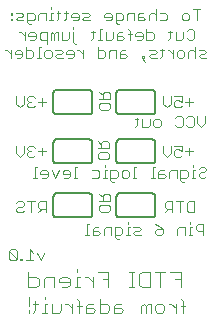
<source format=gbr>
G04 EAGLE Gerber RS-274X export*
G75*
%MOMM*%
%FSLAX34Y34*%
%LPD*%
%INSilkscreen Bottom*%
%IPPOS*%
%AMOC8*
5,1,8,0,0,1.08239X$1,22.5*%
G01*
%ADD10C,0.076200*%
%ADD11C,0.101600*%
%ADD12C,0.152400*%


D10*
X172339Y209177D02*
X172339Y202906D01*
X169204Y199771D01*
X166068Y202906D01*
X166068Y209177D01*
X158281Y209177D02*
X156713Y207609D01*
X158281Y209177D02*
X161416Y209177D01*
X162984Y207609D01*
X162984Y201339D01*
X161416Y199771D01*
X158281Y199771D01*
X156713Y201339D01*
X148926Y209177D02*
X147358Y207609D01*
X148926Y209177D02*
X152061Y209177D01*
X153629Y207609D01*
X153629Y201339D01*
X152061Y199771D01*
X148926Y199771D01*
X147358Y201339D01*
X133351Y199771D02*
X130215Y199771D01*
X128648Y201339D01*
X128648Y204474D01*
X130215Y206042D01*
X133351Y206042D01*
X134918Y204474D01*
X134918Y201339D01*
X133351Y199771D01*
X125563Y201339D02*
X125563Y206042D01*
X125563Y201339D02*
X123995Y199771D01*
X119292Y199771D01*
X119292Y206042D01*
X114640Y207609D02*
X114640Y201339D01*
X113073Y199771D01*
X113073Y206042D02*
X116208Y206042D01*
X167338Y164429D02*
X168906Y165997D01*
X172041Y165997D01*
X173609Y164429D01*
X173609Y162862D01*
X172041Y161294D01*
X168906Y161294D01*
X167338Y159726D01*
X167338Y158159D01*
X168906Y156591D01*
X172041Y156591D01*
X173609Y158159D01*
X164254Y162862D02*
X162686Y162862D01*
X162686Y156591D01*
X164254Y156591D02*
X161118Y156591D01*
X162686Y165997D02*
X162686Y167565D01*
X154882Y153456D02*
X153314Y153456D01*
X151746Y155023D01*
X151746Y162862D01*
X156449Y162862D01*
X158017Y161294D01*
X158017Y158159D01*
X156449Y156591D01*
X151746Y156591D01*
X148662Y156591D02*
X148662Y162862D01*
X143959Y162862D01*
X142391Y161294D01*
X142391Y156591D01*
X137739Y162862D02*
X134604Y162862D01*
X133036Y161294D01*
X133036Y156591D01*
X137739Y156591D01*
X139307Y158159D01*
X137739Y159726D01*
X133036Y159726D01*
X129951Y165997D02*
X128384Y165997D01*
X128384Y156591D01*
X129951Y156591D02*
X126816Y156591D01*
X114360Y165997D02*
X112792Y165997D01*
X112792Y156591D01*
X114360Y156591D02*
X111224Y156591D01*
X106555Y156591D02*
X103420Y156591D01*
X101852Y158159D01*
X101852Y161294D01*
X103420Y162862D01*
X106555Y162862D01*
X108123Y161294D01*
X108123Y158159D01*
X106555Y156591D01*
X95632Y153456D02*
X94065Y153456D01*
X92497Y155023D01*
X92497Y162862D01*
X97200Y162862D01*
X98768Y161294D01*
X98768Y158159D01*
X97200Y156591D01*
X92497Y156591D01*
X89412Y162862D02*
X87845Y162862D01*
X87845Y156591D01*
X89412Y156591D02*
X86277Y156591D01*
X87845Y165997D02*
X87845Y167565D01*
X81608Y162862D02*
X76905Y162862D01*
X81608Y162862D02*
X83176Y161294D01*
X83176Y158159D01*
X81608Y156591D01*
X76905Y156591D01*
X64465Y165997D02*
X62898Y165997D01*
X62898Y156591D01*
X64465Y156591D02*
X61330Y156591D01*
X56661Y156591D02*
X53525Y156591D01*
X56661Y156591D02*
X58228Y158159D01*
X58228Y161294D01*
X56661Y162862D01*
X53525Y162862D01*
X51958Y161294D01*
X51958Y159726D01*
X58228Y159726D01*
X48873Y162862D02*
X45738Y156591D01*
X42603Y162862D01*
X37950Y156591D02*
X34815Y156591D01*
X37950Y156591D02*
X39518Y158159D01*
X39518Y161294D01*
X37950Y162862D01*
X34815Y162862D01*
X33247Y161294D01*
X33247Y159726D01*
X39518Y159726D01*
X30163Y165997D02*
X28595Y165997D01*
X28595Y156591D01*
X27028Y156591D02*
X30163Y156591D01*
X171069Y117737D02*
X171069Y108331D01*
X171069Y117737D02*
X166366Y117737D01*
X164798Y116169D01*
X164798Y113034D01*
X166366Y111466D01*
X171069Y111466D01*
X161714Y114602D02*
X160146Y114602D01*
X160146Y108331D01*
X161714Y108331D02*
X158578Y108331D01*
X160146Y117737D02*
X160146Y119305D01*
X155477Y114602D02*
X155477Y108331D01*
X155477Y114602D02*
X150774Y114602D01*
X149206Y113034D01*
X149206Y108331D01*
X133631Y116169D02*
X130496Y117737D01*
X133631Y116169D02*
X136767Y113034D01*
X136767Y109899D01*
X135199Y108331D01*
X132064Y108331D01*
X130496Y109899D01*
X130496Y111466D01*
X132064Y113034D01*
X136767Y113034D01*
X118056Y108331D02*
X113353Y108331D01*
X111786Y109899D01*
X113353Y111466D01*
X116489Y111466D01*
X118056Y113034D01*
X116489Y114602D01*
X111786Y114602D01*
X108701Y114602D02*
X107133Y114602D01*
X107133Y108331D01*
X105566Y108331D02*
X108701Y108331D01*
X107133Y117737D02*
X107133Y119305D01*
X99329Y105196D02*
X97761Y105196D01*
X96194Y106763D01*
X96194Y114602D01*
X100897Y114602D01*
X102464Y113034D01*
X102464Y109899D01*
X100897Y108331D01*
X96194Y108331D01*
X93109Y108331D02*
X93109Y114602D01*
X88406Y114602D01*
X86838Y113034D01*
X86838Y108331D01*
X82186Y114602D02*
X79051Y114602D01*
X77483Y113034D01*
X77483Y108331D01*
X82186Y108331D01*
X83754Y109899D01*
X82186Y111466D01*
X77483Y111466D01*
X74399Y117737D02*
X72831Y117737D01*
X72831Y108331D01*
X74399Y108331D02*
X71263Y108331D01*
X155908Y220984D02*
X162179Y220984D01*
X159044Y224119D02*
X159044Y217849D01*
X152824Y225687D02*
X146553Y225687D01*
X152824Y225687D02*
X152824Y220984D01*
X149688Y222552D01*
X148121Y222552D01*
X146553Y220984D01*
X146553Y217849D01*
X148121Y216281D01*
X151256Y216281D01*
X152824Y217849D01*
X143469Y219416D02*
X143469Y225687D01*
X143469Y219416D02*
X140333Y216281D01*
X137198Y219416D01*
X137198Y225687D01*
X155908Y179074D02*
X162179Y179074D01*
X159044Y182209D02*
X159044Y175939D01*
X152824Y183777D02*
X146553Y183777D01*
X152824Y183777D02*
X152824Y179074D01*
X149688Y180642D01*
X148121Y180642D01*
X146553Y179074D01*
X146553Y175939D01*
X148121Y174371D01*
X151256Y174371D01*
X152824Y175939D01*
X143469Y177506D02*
X143469Y183777D01*
X143469Y177506D02*
X140333Y174371D01*
X137198Y177506D01*
X137198Y183777D01*
X37719Y220984D02*
X31448Y220984D01*
X34584Y224119D02*
X34584Y217849D01*
X28364Y224119D02*
X26796Y225687D01*
X23661Y225687D01*
X22093Y224119D01*
X22093Y222552D01*
X23661Y220984D01*
X25228Y220984D01*
X23661Y220984D02*
X22093Y219416D01*
X22093Y217849D01*
X23661Y216281D01*
X26796Y216281D01*
X28364Y217849D01*
X19009Y219416D02*
X19009Y225687D01*
X19009Y219416D02*
X15873Y216281D01*
X12738Y219416D01*
X12738Y225687D01*
X31448Y179074D02*
X37719Y179074D01*
X34584Y182209D02*
X34584Y175939D01*
X28364Y182209D02*
X26796Y183777D01*
X23661Y183777D01*
X22093Y182209D01*
X22093Y180642D01*
X23661Y179074D01*
X25228Y179074D01*
X23661Y179074D02*
X22093Y177506D01*
X22093Y175939D01*
X23661Y174371D01*
X26796Y174371D01*
X28364Y175939D01*
X19009Y177506D02*
X19009Y183777D01*
X19009Y177506D02*
X15873Y174371D01*
X12738Y177506D01*
X12738Y183777D01*
X37719Y136787D02*
X37719Y127381D01*
X37719Y136787D02*
X33016Y136787D01*
X31448Y135219D01*
X31448Y132084D01*
X33016Y130516D01*
X37719Y130516D01*
X34584Y130516D02*
X31448Y127381D01*
X25228Y127381D02*
X25228Y136787D01*
X22093Y136787D02*
X28364Y136787D01*
X14306Y136787D02*
X12738Y135219D01*
X14306Y136787D02*
X17441Y136787D01*
X19009Y135219D01*
X19009Y133652D01*
X17441Y132084D01*
X14306Y132084D01*
X12738Y130516D01*
X12738Y128949D01*
X14306Y127381D01*
X17441Y127381D01*
X19009Y128949D01*
X163449Y127381D02*
X163449Y136787D01*
X163449Y127381D02*
X158746Y127381D01*
X157178Y128949D01*
X157178Y135219D01*
X158746Y136787D01*
X163449Y136787D01*
X150958Y136787D02*
X150958Y127381D01*
X147823Y136787D02*
X154094Y136787D01*
X144739Y136787D02*
X144739Y127381D01*
X144739Y136787D02*
X140036Y136787D01*
X138468Y135219D01*
X138468Y132084D01*
X140036Y130516D01*
X144739Y130516D01*
X141603Y130516D02*
X138468Y127381D01*
X157178Y281269D02*
X158746Y282837D01*
X161881Y282837D01*
X163449Y281269D01*
X163449Y274999D01*
X161881Y273431D01*
X158746Y273431D01*
X157178Y274999D01*
X154094Y274999D02*
X154094Y279702D01*
X154094Y274999D02*
X152526Y273431D01*
X147823Y273431D01*
X147823Y279702D01*
X143171Y281269D02*
X143171Y274999D01*
X141603Y273431D01*
X141603Y279702D02*
X144739Y279702D01*
X122876Y282837D02*
X122876Y273431D01*
X127579Y273431D01*
X129147Y274999D01*
X129147Y278134D01*
X127579Y279702D01*
X122876Y279702D01*
X118224Y273431D02*
X115088Y273431D01*
X118224Y273431D02*
X119791Y274999D01*
X119791Y278134D01*
X118224Y279702D01*
X115088Y279702D01*
X113521Y278134D01*
X113521Y276566D01*
X119791Y276566D01*
X108869Y273431D02*
X108869Y281269D01*
X107301Y282837D01*
X107301Y278134D02*
X110436Y278134D01*
X102632Y279702D02*
X99497Y279702D01*
X97929Y278134D01*
X97929Y273431D01*
X102632Y273431D01*
X104200Y274999D01*
X102632Y276566D01*
X97929Y276566D01*
X94844Y274999D02*
X94844Y279702D01*
X94844Y274999D02*
X93277Y273431D01*
X88574Y273431D01*
X88574Y279702D01*
X85489Y282837D02*
X83921Y282837D01*
X83921Y273431D01*
X82354Y273431D02*
X85489Y273431D01*
X77685Y274999D02*
X77685Y281269D01*
X77685Y274999D02*
X76117Y273431D01*
X76117Y279702D02*
X79252Y279702D01*
X63660Y270296D02*
X62093Y270296D01*
X60525Y271863D01*
X60525Y279702D01*
X60525Y282837D02*
X60525Y284405D01*
X57424Y279702D02*
X57424Y274999D01*
X55856Y273431D01*
X51153Y273431D01*
X51153Y279702D01*
X48068Y279702D02*
X48068Y273431D01*
X48068Y279702D02*
X46501Y279702D01*
X44933Y278134D01*
X44933Y273431D01*
X44933Y278134D02*
X43365Y279702D01*
X41798Y278134D01*
X41798Y273431D01*
X38713Y270296D02*
X38713Y279702D01*
X34010Y279702D01*
X32443Y278134D01*
X32443Y274999D01*
X34010Y273431D01*
X38713Y273431D01*
X27790Y273431D02*
X24655Y273431D01*
X27790Y273431D02*
X29358Y274999D01*
X29358Y278134D01*
X27790Y279702D01*
X24655Y279702D01*
X23087Y278134D01*
X23087Y276566D01*
X29358Y276566D01*
X20003Y273431D02*
X20003Y279702D01*
X16868Y279702D02*
X20003Y276566D01*
X16868Y279702D02*
X15300Y279702D01*
X168906Y258191D02*
X173609Y258191D01*
X168906Y258191D02*
X167338Y259759D01*
X168906Y261326D01*
X172041Y261326D01*
X173609Y262894D01*
X172041Y264462D01*
X167338Y264462D01*
X164254Y267597D02*
X164254Y258191D01*
X164254Y262894D02*
X162686Y264462D01*
X159551Y264462D01*
X157983Y262894D01*
X157983Y258191D01*
X153331Y258191D02*
X150196Y258191D01*
X148628Y259759D01*
X148628Y262894D01*
X150196Y264462D01*
X153331Y264462D01*
X154899Y262894D01*
X154899Y259759D01*
X153331Y258191D01*
X145543Y258191D02*
X145543Y264462D01*
X142408Y264462D02*
X145543Y261326D01*
X142408Y264462D02*
X140840Y264462D01*
X136180Y266029D02*
X136180Y259759D01*
X134612Y258191D01*
X134612Y264462D02*
X137747Y264462D01*
X131511Y258191D02*
X126808Y258191D01*
X125240Y259759D01*
X126808Y261326D01*
X129943Y261326D01*
X131511Y262894D01*
X129943Y264462D01*
X125240Y264462D01*
X119020Y258191D02*
X122156Y255056D01*
X119020Y258191D02*
X119020Y259759D01*
X120588Y259759D01*
X120588Y258191D01*
X119020Y258191D01*
X104996Y264462D02*
X101861Y264462D01*
X100293Y262894D01*
X100293Y258191D01*
X104996Y258191D01*
X106564Y259759D01*
X104996Y261326D01*
X100293Y261326D01*
X97208Y258191D02*
X97208Y264462D01*
X92505Y264462D01*
X90938Y262894D01*
X90938Y258191D01*
X81582Y258191D02*
X81582Y267597D01*
X81582Y258191D02*
X86286Y258191D01*
X87853Y259759D01*
X87853Y262894D01*
X86286Y264462D01*
X81582Y264462D01*
X69143Y264462D02*
X69143Y258191D01*
X69143Y261326D02*
X66007Y264462D01*
X64440Y264462D01*
X59779Y258191D02*
X56644Y258191D01*
X59779Y258191D02*
X61347Y259759D01*
X61347Y262894D01*
X59779Y264462D01*
X56644Y264462D01*
X55076Y262894D01*
X55076Y261326D01*
X61347Y261326D01*
X51992Y258191D02*
X47289Y258191D01*
X45721Y259759D01*
X47289Y261326D01*
X50424Y261326D01*
X51992Y262894D01*
X50424Y264462D01*
X45721Y264462D01*
X41069Y258191D02*
X37933Y258191D01*
X36366Y259759D01*
X36366Y262894D01*
X37933Y264462D01*
X41069Y264462D01*
X42636Y262894D01*
X42636Y259759D01*
X41069Y258191D01*
X33281Y267597D02*
X31714Y267597D01*
X31714Y258191D01*
X33281Y258191D02*
X30146Y258191D01*
X20774Y258191D02*
X20774Y267597D01*
X20774Y258191D02*
X25477Y258191D01*
X27044Y259759D01*
X27044Y262894D01*
X25477Y264462D01*
X20774Y264462D01*
X16122Y258191D02*
X12986Y258191D01*
X16122Y258191D02*
X17689Y259759D01*
X17689Y262894D01*
X16122Y264462D01*
X12986Y264462D01*
X11419Y262894D01*
X11419Y261326D01*
X17689Y261326D01*
X8334Y258191D02*
X8334Y264462D01*
X5199Y264462D02*
X8334Y261326D01*
X5199Y264462D02*
X3631Y264462D01*
X92337Y218784D02*
X92337Y215648D01*
X90769Y214081D01*
X84499Y214081D01*
X82931Y215648D01*
X82931Y218784D01*
X84499Y220351D01*
X90769Y220351D01*
X92337Y218784D01*
X92337Y223436D02*
X82931Y223436D01*
X92337Y223436D02*
X92337Y228139D01*
X90769Y229707D01*
X87634Y229707D01*
X86066Y228139D01*
X86066Y223436D01*
X86066Y226571D02*
X82931Y229707D01*
X91067Y176874D02*
X91067Y173738D01*
X89499Y172171D01*
X83229Y172171D01*
X81661Y173738D01*
X81661Y176874D01*
X83229Y178441D01*
X89499Y178441D01*
X91067Y176874D01*
X91067Y181526D02*
X81661Y181526D01*
X91067Y181526D02*
X91067Y186229D01*
X89499Y187797D01*
X86364Y187797D01*
X84796Y186229D01*
X84796Y181526D01*
X84796Y184661D02*
X81661Y187797D01*
X92337Y132424D02*
X92337Y129288D01*
X90769Y127721D01*
X84499Y127721D01*
X82931Y129288D01*
X82931Y132424D01*
X84499Y133991D01*
X90769Y133991D01*
X92337Y132424D01*
X92337Y137076D02*
X82931Y137076D01*
X92337Y137076D02*
X92337Y141779D01*
X90769Y143347D01*
X87634Y143347D01*
X86066Y141779D01*
X86066Y137076D01*
X86066Y140211D02*
X82931Y143347D01*
X165394Y289941D02*
X165394Y299347D01*
X168529Y299347D02*
X162258Y299347D01*
X157606Y289941D02*
X154471Y289941D01*
X152903Y291509D01*
X152903Y294644D01*
X154471Y296212D01*
X157606Y296212D01*
X159174Y294644D01*
X159174Y291509D01*
X157606Y289941D01*
X138896Y296212D02*
X134193Y296212D01*
X138896Y296212D02*
X140463Y294644D01*
X140463Y291509D01*
X138896Y289941D01*
X134193Y289941D01*
X131108Y289941D02*
X131108Y299347D01*
X129541Y296212D02*
X131108Y294644D01*
X129541Y296212D02*
X126405Y296212D01*
X124838Y294644D01*
X124838Y289941D01*
X120185Y296212D02*
X117050Y296212D01*
X115482Y294644D01*
X115482Y289941D01*
X120185Y289941D01*
X121753Y291509D01*
X120185Y293076D01*
X115482Y293076D01*
X112398Y289941D02*
X112398Y296212D01*
X107695Y296212D01*
X106127Y294644D01*
X106127Y289941D01*
X99907Y286806D02*
X98340Y286806D01*
X96772Y288373D01*
X96772Y296212D01*
X101475Y296212D01*
X103043Y294644D01*
X103043Y291509D01*
X101475Y289941D01*
X96772Y289941D01*
X92120Y289941D02*
X88985Y289941D01*
X92120Y289941D02*
X93688Y291509D01*
X93688Y294644D01*
X92120Y296212D01*
X88985Y296212D01*
X87417Y294644D01*
X87417Y293076D01*
X93688Y293076D01*
X74977Y289941D02*
X70274Y289941D01*
X68706Y291509D01*
X70274Y293076D01*
X73409Y293076D01*
X74977Y294644D01*
X73409Y296212D01*
X68706Y296212D01*
X64054Y289941D02*
X60919Y289941D01*
X64054Y289941D02*
X65622Y291509D01*
X65622Y294644D01*
X64054Y296212D01*
X60919Y296212D01*
X59351Y294644D01*
X59351Y293076D01*
X65622Y293076D01*
X54699Y291509D02*
X54699Y297779D01*
X54699Y291509D02*
X53131Y289941D01*
X53131Y296212D02*
X56267Y296212D01*
X48462Y297779D02*
X48462Y291509D01*
X46895Y289941D01*
X46895Y296212D02*
X50030Y296212D01*
X43793Y296212D02*
X42226Y296212D01*
X42226Y289941D01*
X43793Y289941D02*
X40658Y289941D01*
X42226Y299347D02*
X42226Y300915D01*
X37556Y296212D02*
X37556Y289941D01*
X37556Y296212D02*
X32853Y296212D01*
X31286Y294644D01*
X31286Y289941D01*
X25066Y286806D02*
X23498Y286806D01*
X21931Y288373D01*
X21931Y296212D01*
X26634Y296212D01*
X28201Y294644D01*
X28201Y291509D01*
X26634Y289941D01*
X21931Y289941D01*
X18846Y289941D02*
X14143Y289941D01*
X12575Y291509D01*
X14143Y293076D01*
X17278Y293076D01*
X18846Y294644D01*
X17278Y296212D01*
X12575Y296212D01*
X9491Y296212D02*
X7923Y296212D01*
X7923Y294644D01*
X9491Y294644D01*
X9491Y296212D01*
X9491Y291509D02*
X7923Y291509D01*
X7923Y289941D01*
X9491Y289941D01*
X9491Y291509D01*
D11*
X151892Y77227D02*
X151892Y64008D01*
X151892Y77227D02*
X143079Y77227D01*
X147486Y70618D02*
X151892Y70618D01*
X134388Y64008D02*
X134388Y77227D01*
X129982Y77227D02*
X138795Y77227D01*
X125698Y77227D02*
X125698Y64008D01*
X119088Y64008D01*
X116885Y66211D01*
X116885Y75024D01*
X119088Y77227D01*
X125698Y77227D01*
X112600Y64008D02*
X108194Y64008D01*
X110397Y64008D02*
X110397Y77227D01*
X112600Y77227D02*
X108194Y77227D01*
X90772Y77227D02*
X90772Y64008D01*
X90772Y77227D02*
X81959Y77227D01*
X86365Y70618D02*
X90772Y70618D01*
X77674Y72821D02*
X77674Y64008D01*
X77674Y68414D02*
X73268Y72821D01*
X71065Y72821D01*
X66760Y72821D02*
X64557Y72821D01*
X64557Y64008D01*
X66760Y64008D02*
X62353Y64008D01*
X64557Y77227D02*
X64557Y79431D01*
X55825Y64008D02*
X51419Y64008D01*
X55825Y64008D02*
X58028Y66211D01*
X58028Y70618D01*
X55825Y72821D01*
X51419Y72821D01*
X49216Y70618D01*
X49216Y68414D01*
X58028Y68414D01*
X44931Y64008D02*
X44931Y72821D01*
X38322Y72821D01*
X36118Y70618D01*
X36118Y64008D01*
X23021Y64008D02*
X23021Y77227D01*
X23021Y64008D02*
X29631Y64008D01*
X31834Y66211D01*
X31834Y70618D01*
X29631Y72821D01*
X23021Y72821D01*
X153753Y52163D02*
X153753Y42418D01*
X153753Y52163D02*
X151804Y54112D01*
X151804Y48265D02*
X155702Y48265D01*
X147906Y50214D02*
X147906Y42418D01*
X147906Y46316D02*
X144008Y50214D01*
X142059Y50214D01*
X136212Y42418D02*
X132314Y42418D01*
X130365Y44367D01*
X130365Y48265D01*
X132314Y50214D01*
X136212Y50214D01*
X138161Y48265D01*
X138161Y44367D01*
X136212Y42418D01*
X126467Y42418D02*
X126467Y50214D01*
X124518Y50214D01*
X122569Y48265D01*
X122569Y42418D01*
X122569Y48265D02*
X120620Y50214D01*
X118671Y48265D01*
X118671Y42418D01*
X101130Y50214D02*
X97232Y50214D01*
X95283Y48265D01*
X95283Y42418D01*
X101130Y42418D01*
X103079Y44367D01*
X101130Y46316D01*
X95283Y46316D01*
X83589Y42418D02*
X83589Y54112D01*
X83589Y42418D02*
X89436Y42418D01*
X91385Y44367D01*
X91385Y48265D01*
X89436Y50214D01*
X83589Y50214D01*
X77742Y50214D02*
X73844Y50214D01*
X71895Y48265D01*
X71895Y42418D01*
X77742Y42418D01*
X79691Y44367D01*
X77742Y46316D01*
X71895Y46316D01*
X66048Y42418D02*
X66048Y52163D01*
X64099Y54112D01*
X64099Y48265D02*
X67997Y48265D01*
X60201Y50214D02*
X60201Y42418D01*
X60201Y46316D02*
X56303Y50214D01*
X54354Y50214D01*
X50456Y50214D02*
X50456Y44367D01*
X48507Y42418D01*
X42660Y42418D01*
X42660Y50214D01*
X38762Y50214D02*
X36813Y50214D01*
X36813Y42418D01*
X38762Y42418D02*
X34864Y42418D01*
X36813Y54112D02*
X36813Y56061D01*
X29017Y52163D02*
X29017Y44367D01*
X27068Y42418D01*
X27068Y50214D02*
X30966Y50214D01*
X23170Y44367D02*
X23170Y42418D01*
X23170Y48265D02*
X23170Y56061D01*
D10*
X33314Y86741D02*
X36449Y93012D01*
X30178Y93012D02*
X33314Y86741D01*
X27094Y93012D02*
X23958Y96147D01*
X23958Y86741D01*
X20823Y86741D02*
X27094Y86741D01*
X17739Y86741D02*
X17739Y88309D01*
X16171Y88309D01*
X16171Y86741D01*
X17739Y86741D01*
X13061Y88309D02*
X13061Y94579D01*
X11493Y96147D01*
X8358Y96147D01*
X6790Y94579D01*
X6790Y88309D01*
X8358Y86741D01*
X11493Y86741D01*
X13061Y88309D01*
X6790Y94579D01*
D12*
X100076Y210820D02*
X128016Y210820D01*
X100076Y231140D02*
X99976Y231138D01*
X99877Y231132D01*
X99777Y231122D01*
X99679Y231109D01*
X99580Y231091D01*
X99483Y231070D01*
X99387Y231045D01*
X99291Y231016D01*
X99197Y230983D01*
X99104Y230947D01*
X99013Y230907D01*
X98923Y230863D01*
X98835Y230816D01*
X98749Y230766D01*
X98665Y230712D01*
X98583Y230655D01*
X98504Y230595D01*
X98426Y230531D01*
X98352Y230465D01*
X98280Y230396D01*
X98211Y230324D01*
X98145Y230250D01*
X98081Y230172D01*
X98021Y230093D01*
X97964Y230011D01*
X97910Y229927D01*
X97860Y229841D01*
X97813Y229753D01*
X97769Y229663D01*
X97729Y229572D01*
X97693Y229479D01*
X97660Y229385D01*
X97631Y229289D01*
X97606Y229193D01*
X97585Y229096D01*
X97567Y228997D01*
X97554Y228899D01*
X97544Y228799D01*
X97538Y228700D01*
X97536Y228600D01*
X128016Y231140D02*
X128116Y231138D01*
X128215Y231132D01*
X128315Y231122D01*
X128413Y231109D01*
X128512Y231091D01*
X128609Y231070D01*
X128705Y231045D01*
X128801Y231016D01*
X128895Y230983D01*
X128988Y230947D01*
X129079Y230907D01*
X129169Y230863D01*
X129257Y230816D01*
X129343Y230766D01*
X129427Y230712D01*
X129509Y230655D01*
X129588Y230595D01*
X129666Y230531D01*
X129740Y230465D01*
X129812Y230396D01*
X129881Y230324D01*
X129947Y230250D01*
X130011Y230172D01*
X130071Y230093D01*
X130128Y230011D01*
X130182Y229927D01*
X130232Y229841D01*
X130279Y229753D01*
X130323Y229663D01*
X130363Y229572D01*
X130399Y229479D01*
X130432Y229385D01*
X130461Y229289D01*
X130486Y229193D01*
X130507Y229096D01*
X130525Y228997D01*
X130538Y228899D01*
X130548Y228799D01*
X130554Y228700D01*
X130556Y228600D01*
X130556Y213360D02*
X130554Y213260D01*
X130548Y213161D01*
X130538Y213061D01*
X130525Y212963D01*
X130507Y212864D01*
X130486Y212767D01*
X130461Y212671D01*
X130432Y212575D01*
X130399Y212481D01*
X130363Y212388D01*
X130323Y212297D01*
X130279Y212207D01*
X130232Y212119D01*
X130182Y212033D01*
X130128Y211949D01*
X130071Y211867D01*
X130011Y211788D01*
X129947Y211710D01*
X129881Y211636D01*
X129812Y211564D01*
X129740Y211495D01*
X129666Y211429D01*
X129588Y211365D01*
X129509Y211305D01*
X129427Y211248D01*
X129343Y211194D01*
X129257Y211144D01*
X129169Y211097D01*
X129079Y211053D01*
X128988Y211013D01*
X128895Y210977D01*
X128801Y210944D01*
X128705Y210915D01*
X128609Y210890D01*
X128512Y210869D01*
X128413Y210851D01*
X128315Y210838D01*
X128215Y210828D01*
X128116Y210822D01*
X128016Y210820D01*
X100076Y210820D02*
X99976Y210822D01*
X99877Y210828D01*
X99777Y210838D01*
X99679Y210851D01*
X99580Y210869D01*
X99483Y210890D01*
X99387Y210915D01*
X99291Y210944D01*
X99197Y210977D01*
X99104Y211013D01*
X99013Y211053D01*
X98923Y211097D01*
X98835Y211144D01*
X98749Y211194D01*
X98665Y211248D01*
X98583Y211305D01*
X98504Y211365D01*
X98426Y211429D01*
X98352Y211495D01*
X98280Y211564D01*
X98211Y211636D01*
X98145Y211710D01*
X98081Y211788D01*
X98021Y211867D01*
X97964Y211949D01*
X97910Y212033D01*
X97860Y212119D01*
X97813Y212207D01*
X97769Y212297D01*
X97729Y212388D01*
X97693Y212481D01*
X97660Y212575D01*
X97631Y212671D01*
X97606Y212767D01*
X97585Y212864D01*
X97567Y212963D01*
X97554Y213061D01*
X97544Y213161D01*
X97538Y213260D01*
X97536Y213360D01*
X97536Y228600D01*
X130556Y228600D02*
X130556Y213360D01*
X128016Y231140D02*
X100076Y231140D01*
X100076Y168910D02*
X128016Y168910D01*
X100076Y189230D02*
X99976Y189228D01*
X99877Y189222D01*
X99777Y189212D01*
X99679Y189199D01*
X99580Y189181D01*
X99483Y189160D01*
X99387Y189135D01*
X99291Y189106D01*
X99197Y189073D01*
X99104Y189037D01*
X99013Y188997D01*
X98923Y188953D01*
X98835Y188906D01*
X98749Y188856D01*
X98665Y188802D01*
X98583Y188745D01*
X98504Y188685D01*
X98426Y188621D01*
X98352Y188555D01*
X98280Y188486D01*
X98211Y188414D01*
X98145Y188340D01*
X98081Y188262D01*
X98021Y188183D01*
X97964Y188101D01*
X97910Y188017D01*
X97860Y187931D01*
X97813Y187843D01*
X97769Y187753D01*
X97729Y187662D01*
X97693Y187569D01*
X97660Y187475D01*
X97631Y187379D01*
X97606Y187283D01*
X97585Y187186D01*
X97567Y187087D01*
X97554Y186989D01*
X97544Y186889D01*
X97538Y186790D01*
X97536Y186690D01*
X128016Y189230D02*
X128116Y189228D01*
X128215Y189222D01*
X128315Y189212D01*
X128413Y189199D01*
X128512Y189181D01*
X128609Y189160D01*
X128705Y189135D01*
X128801Y189106D01*
X128895Y189073D01*
X128988Y189037D01*
X129079Y188997D01*
X129169Y188953D01*
X129257Y188906D01*
X129343Y188856D01*
X129427Y188802D01*
X129509Y188745D01*
X129588Y188685D01*
X129666Y188621D01*
X129740Y188555D01*
X129812Y188486D01*
X129881Y188414D01*
X129947Y188340D01*
X130011Y188262D01*
X130071Y188183D01*
X130128Y188101D01*
X130182Y188017D01*
X130232Y187931D01*
X130279Y187843D01*
X130323Y187753D01*
X130363Y187662D01*
X130399Y187569D01*
X130432Y187475D01*
X130461Y187379D01*
X130486Y187283D01*
X130507Y187186D01*
X130525Y187087D01*
X130538Y186989D01*
X130548Y186889D01*
X130554Y186790D01*
X130556Y186690D01*
X130556Y171450D02*
X130554Y171350D01*
X130548Y171251D01*
X130538Y171151D01*
X130525Y171053D01*
X130507Y170954D01*
X130486Y170857D01*
X130461Y170761D01*
X130432Y170665D01*
X130399Y170571D01*
X130363Y170478D01*
X130323Y170387D01*
X130279Y170297D01*
X130232Y170209D01*
X130182Y170123D01*
X130128Y170039D01*
X130071Y169957D01*
X130011Y169878D01*
X129947Y169800D01*
X129881Y169726D01*
X129812Y169654D01*
X129740Y169585D01*
X129666Y169519D01*
X129588Y169455D01*
X129509Y169395D01*
X129427Y169338D01*
X129343Y169284D01*
X129257Y169234D01*
X129169Y169187D01*
X129079Y169143D01*
X128988Y169103D01*
X128895Y169067D01*
X128801Y169034D01*
X128705Y169005D01*
X128609Y168980D01*
X128512Y168959D01*
X128413Y168941D01*
X128315Y168928D01*
X128215Y168918D01*
X128116Y168912D01*
X128016Y168910D01*
X100076Y168910D02*
X99976Y168912D01*
X99877Y168918D01*
X99777Y168928D01*
X99679Y168941D01*
X99580Y168959D01*
X99483Y168980D01*
X99387Y169005D01*
X99291Y169034D01*
X99197Y169067D01*
X99104Y169103D01*
X99013Y169143D01*
X98923Y169187D01*
X98835Y169234D01*
X98749Y169284D01*
X98665Y169338D01*
X98583Y169395D01*
X98504Y169455D01*
X98426Y169519D01*
X98352Y169585D01*
X98280Y169654D01*
X98211Y169726D01*
X98145Y169800D01*
X98081Y169878D01*
X98021Y169957D01*
X97964Y170039D01*
X97910Y170123D01*
X97860Y170209D01*
X97813Y170297D01*
X97769Y170387D01*
X97729Y170478D01*
X97693Y170571D01*
X97660Y170665D01*
X97631Y170761D01*
X97606Y170857D01*
X97585Y170954D01*
X97567Y171053D01*
X97554Y171151D01*
X97544Y171251D01*
X97538Y171350D01*
X97536Y171450D01*
X97536Y186690D01*
X130556Y186690D02*
X130556Y171450D01*
X128016Y189230D02*
X100076Y189230D01*
X74676Y143510D02*
X46736Y143510D01*
X74676Y123190D02*
X74776Y123192D01*
X74875Y123198D01*
X74975Y123208D01*
X75073Y123221D01*
X75172Y123239D01*
X75269Y123260D01*
X75365Y123285D01*
X75461Y123314D01*
X75555Y123347D01*
X75648Y123383D01*
X75739Y123423D01*
X75829Y123467D01*
X75917Y123514D01*
X76003Y123564D01*
X76087Y123618D01*
X76169Y123675D01*
X76248Y123735D01*
X76326Y123799D01*
X76400Y123865D01*
X76472Y123934D01*
X76541Y124006D01*
X76607Y124080D01*
X76671Y124158D01*
X76731Y124237D01*
X76788Y124319D01*
X76842Y124403D01*
X76892Y124489D01*
X76939Y124577D01*
X76983Y124667D01*
X77023Y124758D01*
X77059Y124851D01*
X77092Y124945D01*
X77121Y125041D01*
X77146Y125137D01*
X77167Y125234D01*
X77185Y125333D01*
X77198Y125431D01*
X77208Y125531D01*
X77214Y125630D01*
X77216Y125730D01*
X46736Y123190D02*
X46636Y123192D01*
X46537Y123198D01*
X46437Y123208D01*
X46339Y123221D01*
X46240Y123239D01*
X46143Y123260D01*
X46047Y123285D01*
X45951Y123314D01*
X45857Y123347D01*
X45764Y123383D01*
X45673Y123423D01*
X45583Y123467D01*
X45495Y123514D01*
X45409Y123564D01*
X45325Y123618D01*
X45243Y123675D01*
X45164Y123735D01*
X45086Y123799D01*
X45012Y123865D01*
X44940Y123934D01*
X44871Y124006D01*
X44805Y124080D01*
X44741Y124158D01*
X44681Y124237D01*
X44624Y124319D01*
X44570Y124403D01*
X44520Y124489D01*
X44473Y124577D01*
X44429Y124667D01*
X44389Y124758D01*
X44353Y124851D01*
X44320Y124945D01*
X44291Y125041D01*
X44266Y125137D01*
X44245Y125234D01*
X44227Y125333D01*
X44214Y125431D01*
X44204Y125531D01*
X44198Y125630D01*
X44196Y125730D01*
X44196Y140970D02*
X44198Y141070D01*
X44204Y141169D01*
X44214Y141269D01*
X44227Y141367D01*
X44245Y141466D01*
X44266Y141563D01*
X44291Y141659D01*
X44320Y141755D01*
X44353Y141849D01*
X44389Y141942D01*
X44429Y142033D01*
X44473Y142123D01*
X44520Y142211D01*
X44570Y142297D01*
X44624Y142381D01*
X44681Y142463D01*
X44741Y142542D01*
X44805Y142620D01*
X44871Y142694D01*
X44940Y142766D01*
X45012Y142835D01*
X45086Y142901D01*
X45164Y142965D01*
X45243Y143025D01*
X45325Y143082D01*
X45409Y143136D01*
X45495Y143186D01*
X45583Y143233D01*
X45673Y143277D01*
X45764Y143317D01*
X45857Y143353D01*
X45951Y143386D01*
X46047Y143415D01*
X46143Y143440D01*
X46240Y143461D01*
X46339Y143479D01*
X46437Y143492D01*
X46537Y143502D01*
X46636Y143508D01*
X46736Y143510D01*
X74676Y143510D02*
X74776Y143508D01*
X74875Y143502D01*
X74975Y143492D01*
X75073Y143479D01*
X75172Y143461D01*
X75269Y143440D01*
X75365Y143415D01*
X75461Y143386D01*
X75555Y143353D01*
X75648Y143317D01*
X75739Y143277D01*
X75829Y143233D01*
X75917Y143186D01*
X76003Y143136D01*
X76087Y143082D01*
X76169Y143025D01*
X76248Y142965D01*
X76326Y142901D01*
X76400Y142835D01*
X76472Y142766D01*
X76541Y142694D01*
X76607Y142620D01*
X76671Y142542D01*
X76731Y142463D01*
X76788Y142381D01*
X76842Y142297D01*
X76892Y142211D01*
X76939Y142123D01*
X76983Y142033D01*
X77023Y141942D01*
X77059Y141849D01*
X77092Y141755D01*
X77121Y141659D01*
X77146Y141563D01*
X77167Y141466D01*
X77185Y141367D01*
X77198Y141269D01*
X77208Y141169D01*
X77214Y141070D01*
X77216Y140970D01*
X77216Y125730D01*
X44196Y125730D02*
X44196Y140970D01*
X46736Y123190D02*
X74676Y123190D01*
X74676Y210820D02*
X46736Y210820D01*
X44196Y228600D02*
X44198Y228700D01*
X44204Y228799D01*
X44214Y228899D01*
X44227Y228997D01*
X44245Y229096D01*
X44266Y229193D01*
X44291Y229289D01*
X44320Y229385D01*
X44353Y229479D01*
X44389Y229572D01*
X44429Y229663D01*
X44473Y229753D01*
X44520Y229841D01*
X44570Y229927D01*
X44624Y230011D01*
X44681Y230093D01*
X44741Y230172D01*
X44805Y230250D01*
X44871Y230324D01*
X44940Y230396D01*
X45012Y230465D01*
X45086Y230531D01*
X45164Y230595D01*
X45243Y230655D01*
X45325Y230712D01*
X45409Y230766D01*
X45495Y230816D01*
X45583Y230863D01*
X45673Y230907D01*
X45764Y230947D01*
X45857Y230983D01*
X45951Y231016D01*
X46047Y231045D01*
X46143Y231070D01*
X46240Y231091D01*
X46339Y231109D01*
X46437Y231122D01*
X46537Y231132D01*
X46636Y231138D01*
X46736Y231140D01*
X74676Y231140D02*
X74776Y231138D01*
X74875Y231132D01*
X74975Y231122D01*
X75073Y231109D01*
X75172Y231091D01*
X75269Y231070D01*
X75365Y231045D01*
X75461Y231016D01*
X75555Y230983D01*
X75648Y230947D01*
X75739Y230907D01*
X75829Y230863D01*
X75917Y230816D01*
X76003Y230766D01*
X76087Y230712D01*
X76169Y230655D01*
X76248Y230595D01*
X76326Y230531D01*
X76400Y230465D01*
X76472Y230396D01*
X76541Y230324D01*
X76607Y230250D01*
X76671Y230172D01*
X76731Y230093D01*
X76788Y230011D01*
X76842Y229927D01*
X76892Y229841D01*
X76939Y229753D01*
X76983Y229663D01*
X77023Y229572D01*
X77059Y229479D01*
X77092Y229385D01*
X77121Y229289D01*
X77146Y229193D01*
X77167Y229096D01*
X77185Y228997D01*
X77198Y228899D01*
X77208Y228799D01*
X77214Y228700D01*
X77216Y228600D01*
X77216Y213360D02*
X77214Y213260D01*
X77208Y213161D01*
X77198Y213061D01*
X77185Y212963D01*
X77167Y212864D01*
X77146Y212767D01*
X77121Y212671D01*
X77092Y212575D01*
X77059Y212481D01*
X77023Y212388D01*
X76983Y212297D01*
X76939Y212207D01*
X76892Y212119D01*
X76842Y212033D01*
X76788Y211949D01*
X76731Y211867D01*
X76671Y211788D01*
X76607Y211710D01*
X76541Y211636D01*
X76472Y211564D01*
X76400Y211495D01*
X76326Y211429D01*
X76248Y211365D01*
X76169Y211305D01*
X76087Y211248D01*
X76003Y211194D01*
X75917Y211144D01*
X75829Y211097D01*
X75739Y211053D01*
X75648Y211013D01*
X75555Y210977D01*
X75461Y210944D01*
X75365Y210915D01*
X75269Y210890D01*
X75172Y210869D01*
X75073Y210851D01*
X74975Y210838D01*
X74875Y210828D01*
X74776Y210822D01*
X74676Y210820D01*
X46736Y210820D02*
X46636Y210822D01*
X46537Y210828D01*
X46437Y210838D01*
X46339Y210851D01*
X46240Y210869D01*
X46143Y210890D01*
X46047Y210915D01*
X45951Y210944D01*
X45857Y210977D01*
X45764Y211013D01*
X45673Y211053D01*
X45583Y211097D01*
X45495Y211144D01*
X45409Y211194D01*
X45325Y211248D01*
X45243Y211305D01*
X45164Y211365D01*
X45086Y211429D01*
X45012Y211495D01*
X44940Y211564D01*
X44871Y211636D01*
X44805Y211710D01*
X44741Y211788D01*
X44681Y211867D01*
X44624Y211949D01*
X44570Y212033D01*
X44520Y212119D01*
X44473Y212207D01*
X44429Y212297D01*
X44389Y212388D01*
X44353Y212481D01*
X44320Y212575D01*
X44291Y212671D01*
X44266Y212767D01*
X44245Y212864D01*
X44227Y212963D01*
X44214Y213061D01*
X44204Y213161D01*
X44198Y213260D01*
X44196Y213360D01*
X44196Y228600D01*
X77216Y228600D02*
X77216Y213360D01*
X74676Y231140D02*
X46736Y231140D01*
X46736Y168910D02*
X74676Y168910D01*
X46736Y189230D02*
X46636Y189228D01*
X46537Y189222D01*
X46437Y189212D01*
X46339Y189199D01*
X46240Y189181D01*
X46143Y189160D01*
X46047Y189135D01*
X45951Y189106D01*
X45857Y189073D01*
X45764Y189037D01*
X45673Y188997D01*
X45583Y188953D01*
X45495Y188906D01*
X45409Y188856D01*
X45325Y188802D01*
X45243Y188745D01*
X45164Y188685D01*
X45086Y188621D01*
X45012Y188555D01*
X44940Y188486D01*
X44871Y188414D01*
X44805Y188340D01*
X44741Y188262D01*
X44681Y188183D01*
X44624Y188101D01*
X44570Y188017D01*
X44520Y187931D01*
X44473Y187843D01*
X44429Y187753D01*
X44389Y187662D01*
X44353Y187569D01*
X44320Y187475D01*
X44291Y187379D01*
X44266Y187283D01*
X44245Y187186D01*
X44227Y187087D01*
X44214Y186989D01*
X44204Y186889D01*
X44198Y186790D01*
X44196Y186690D01*
X74676Y189230D02*
X74776Y189228D01*
X74875Y189222D01*
X74975Y189212D01*
X75073Y189199D01*
X75172Y189181D01*
X75269Y189160D01*
X75365Y189135D01*
X75461Y189106D01*
X75555Y189073D01*
X75648Y189037D01*
X75739Y188997D01*
X75829Y188953D01*
X75917Y188906D01*
X76003Y188856D01*
X76087Y188802D01*
X76169Y188745D01*
X76248Y188685D01*
X76326Y188621D01*
X76400Y188555D01*
X76472Y188486D01*
X76541Y188414D01*
X76607Y188340D01*
X76671Y188262D01*
X76731Y188183D01*
X76788Y188101D01*
X76842Y188017D01*
X76892Y187931D01*
X76939Y187843D01*
X76983Y187753D01*
X77023Y187662D01*
X77059Y187569D01*
X77092Y187475D01*
X77121Y187379D01*
X77146Y187283D01*
X77167Y187186D01*
X77185Y187087D01*
X77198Y186989D01*
X77208Y186889D01*
X77214Y186790D01*
X77216Y186690D01*
X77216Y171450D02*
X77214Y171350D01*
X77208Y171251D01*
X77198Y171151D01*
X77185Y171053D01*
X77167Y170954D01*
X77146Y170857D01*
X77121Y170761D01*
X77092Y170665D01*
X77059Y170571D01*
X77023Y170478D01*
X76983Y170387D01*
X76939Y170297D01*
X76892Y170209D01*
X76842Y170123D01*
X76788Y170039D01*
X76731Y169957D01*
X76671Y169878D01*
X76607Y169800D01*
X76541Y169726D01*
X76472Y169654D01*
X76400Y169585D01*
X76326Y169519D01*
X76248Y169455D01*
X76169Y169395D01*
X76087Y169338D01*
X76003Y169284D01*
X75917Y169234D01*
X75829Y169187D01*
X75739Y169143D01*
X75648Y169103D01*
X75555Y169067D01*
X75461Y169034D01*
X75365Y169005D01*
X75269Y168980D01*
X75172Y168959D01*
X75073Y168941D01*
X74975Y168928D01*
X74875Y168918D01*
X74776Y168912D01*
X74676Y168910D01*
X46736Y168910D02*
X46636Y168912D01*
X46537Y168918D01*
X46437Y168928D01*
X46339Y168941D01*
X46240Y168959D01*
X46143Y168980D01*
X46047Y169005D01*
X45951Y169034D01*
X45857Y169067D01*
X45764Y169103D01*
X45673Y169143D01*
X45583Y169187D01*
X45495Y169234D01*
X45409Y169284D01*
X45325Y169338D01*
X45243Y169395D01*
X45164Y169455D01*
X45086Y169519D01*
X45012Y169585D01*
X44940Y169654D01*
X44871Y169726D01*
X44805Y169800D01*
X44741Y169878D01*
X44681Y169957D01*
X44624Y170039D01*
X44570Y170123D01*
X44520Y170209D01*
X44473Y170297D01*
X44429Y170387D01*
X44389Y170478D01*
X44353Y170571D01*
X44320Y170665D01*
X44291Y170761D01*
X44266Y170857D01*
X44245Y170954D01*
X44227Y171053D01*
X44214Y171151D01*
X44204Y171251D01*
X44198Y171350D01*
X44196Y171450D01*
X44196Y186690D01*
X77216Y186690D02*
X77216Y171450D01*
X74676Y189230D02*
X46736Y189230D01*
X100076Y143510D02*
X128016Y143510D01*
X130556Y125730D02*
X130554Y125630D01*
X130548Y125531D01*
X130538Y125431D01*
X130525Y125333D01*
X130507Y125234D01*
X130486Y125137D01*
X130461Y125041D01*
X130432Y124945D01*
X130399Y124851D01*
X130363Y124758D01*
X130323Y124667D01*
X130279Y124577D01*
X130232Y124489D01*
X130182Y124403D01*
X130128Y124319D01*
X130071Y124237D01*
X130011Y124158D01*
X129947Y124080D01*
X129881Y124006D01*
X129812Y123934D01*
X129740Y123865D01*
X129666Y123799D01*
X129588Y123735D01*
X129509Y123675D01*
X129427Y123618D01*
X129343Y123564D01*
X129257Y123514D01*
X129169Y123467D01*
X129079Y123423D01*
X128988Y123383D01*
X128895Y123347D01*
X128801Y123314D01*
X128705Y123285D01*
X128609Y123260D01*
X128512Y123239D01*
X128413Y123221D01*
X128315Y123208D01*
X128215Y123198D01*
X128116Y123192D01*
X128016Y123190D01*
X100076Y123190D02*
X99976Y123192D01*
X99877Y123198D01*
X99777Y123208D01*
X99679Y123221D01*
X99580Y123239D01*
X99483Y123260D01*
X99387Y123285D01*
X99291Y123314D01*
X99197Y123347D01*
X99104Y123383D01*
X99013Y123423D01*
X98923Y123467D01*
X98835Y123514D01*
X98749Y123564D01*
X98665Y123618D01*
X98583Y123675D01*
X98504Y123735D01*
X98426Y123799D01*
X98352Y123865D01*
X98280Y123934D01*
X98211Y124006D01*
X98145Y124080D01*
X98081Y124158D01*
X98021Y124237D01*
X97964Y124319D01*
X97910Y124403D01*
X97860Y124489D01*
X97813Y124577D01*
X97769Y124667D01*
X97729Y124758D01*
X97693Y124851D01*
X97660Y124945D01*
X97631Y125041D01*
X97606Y125137D01*
X97585Y125234D01*
X97567Y125333D01*
X97554Y125431D01*
X97544Y125531D01*
X97538Y125630D01*
X97536Y125730D01*
X97536Y140970D02*
X97538Y141070D01*
X97544Y141169D01*
X97554Y141269D01*
X97567Y141367D01*
X97585Y141466D01*
X97606Y141563D01*
X97631Y141659D01*
X97660Y141755D01*
X97693Y141849D01*
X97729Y141942D01*
X97769Y142033D01*
X97813Y142123D01*
X97860Y142211D01*
X97910Y142297D01*
X97964Y142381D01*
X98021Y142463D01*
X98081Y142542D01*
X98145Y142620D01*
X98211Y142694D01*
X98280Y142766D01*
X98352Y142835D01*
X98426Y142901D01*
X98504Y142965D01*
X98583Y143025D01*
X98665Y143082D01*
X98749Y143136D01*
X98835Y143186D01*
X98923Y143233D01*
X99013Y143277D01*
X99104Y143317D01*
X99197Y143353D01*
X99291Y143386D01*
X99387Y143415D01*
X99483Y143440D01*
X99580Y143461D01*
X99679Y143479D01*
X99777Y143492D01*
X99877Y143502D01*
X99976Y143508D01*
X100076Y143510D01*
X128016Y143510D02*
X128116Y143508D01*
X128215Y143502D01*
X128315Y143492D01*
X128413Y143479D01*
X128512Y143461D01*
X128609Y143440D01*
X128705Y143415D01*
X128801Y143386D01*
X128895Y143353D01*
X128988Y143317D01*
X129079Y143277D01*
X129169Y143233D01*
X129257Y143186D01*
X129343Y143136D01*
X129427Y143082D01*
X129509Y143025D01*
X129588Y142965D01*
X129666Y142901D01*
X129740Y142835D01*
X129812Y142766D01*
X129881Y142694D01*
X129947Y142620D01*
X130011Y142542D01*
X130071Y142463D01*
X130128Y142381D01*
X130182Y142297D01*
X130232Y142211D01*
X130279Y142123D01*
X130323Y142033D01*
X130363Y141942D01*
X130399Y141849D01*
X130432Y141755D01*
X130461Y141659D01*
X130486Y141563D01*
X130507Y141466D01*
X130525Y141367D01*
X130538Y141269D01*
X130548Y141169D01*
X130554Y141070D01*
X130556Y140970D01*
X130556Y125730D01*
X97536Y125730D02*
X97536Y140970D01*
X100076Y123190D02*
X128016Y123190D01*
M02*

</source>
